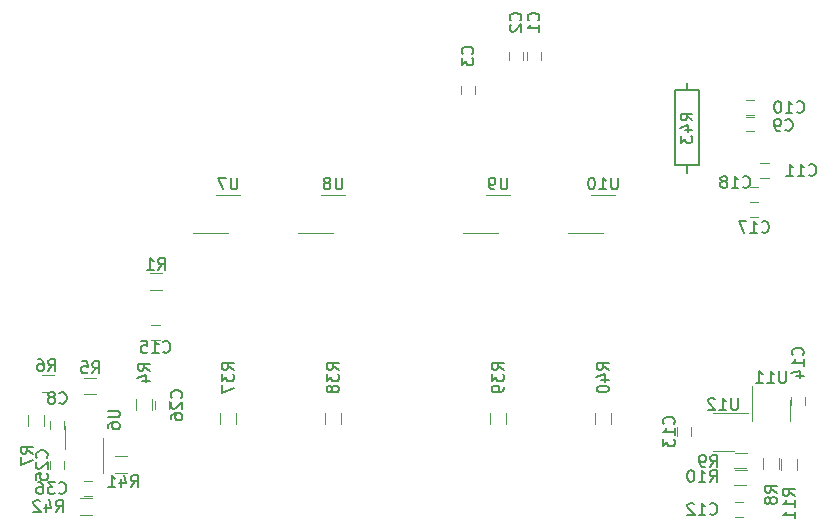
<source format=gbr>
G04 #@! TF.GenerationSoftware,KiCad,Pcbnew,(5.0.2)-1*
G04 #@! TF.CreationDate,2019-06-05T14:46:48+08:00*
G04 #@! TF.ProjectId,DC Electronic Load Mini,44432045-6c65-4637-9472-6f6e6963204c,rev?*
G04 #@! TF.SameCoordinates,Original*
G04 #@! TF.FileFunction,Legend,Bot*
G04 #@! TF.FilePolarity,Positive*
%FSLAX46Y46*%
G04 Gerber Fmt 4.6, Leading zero omitted, Abs format (unit mm)*
G04 Created by KiCad (PCBNEW (5.0.2)-1) date 06/05/19 14:46:48*
%MOMM*%
%LPD*%
G01*
G04 APERTURE LIST*
%ADD10C,0.150000*%
%ADD11C,0.120000*%
G04 APERTURE END LIST*
D10*
G04 #@! TO.C,R43*
X117327801Y-42241999D02*
X116311801Y-42241999D01*
X115295801Y-48591999D02*
X117327801Y-48591999D01*
X116311801Y-42241999D02*
X115295801Y-42241999D01*
X116311801Y-42241999D02*
X116311801Y-41606999D01*
X116311801Y-48591999D02*
X116311801Y-49226999D01*
X115295801Y-42241999D02*
X115295801Y-48591999D01*
X117327801Y-48591999D02*
X117327801Y-42241999D01*
D11*
G04 #@! TO.C,R37*
X76790000Y-69520000D02*
X76790000Y-70520000D01*
X78150000Y-70520000D02*
X78150000Y-69520000D01*
G04 #@! TO.C,C1*
X102757801Y-38970999D02*
X102757801Y-39670999D01*
X103957801Y-39670999D02*
X103957801Y-38970999D01*
G04 #@! TO.C,C2*
X101233801Y-38970999D02*
X101233801Y-39670999D01*
X102433801Y-39670999D02*
X102433801Y-38970999D01*
G04 #@! TO.C,C3*
X98369801Y-42530999D02*
X98369801Y-41830999D01*
X97169801Y-41830999D02*
X97169801Y-42530999D01*
G04 #@! TO.C,C8*
X63592000Y-70896000D02*
X63592000Y-70196000D01*
X62392000Y-70196000D02*
X62392000Y-70896000D01*
G04 #@! TO.C,C9*
X122016000Y-44485000D02*
X121316000Y-44485000D01*
X121316000Y-45685000D02*
X122016000Y-45685000D01*
G04 #@! TO.C,C10*
X122016000Y-43088000D02*
X121316000Y-43088000D01*
X121316000Y-44288000D02*
X122016000Y-44288000D01*
G04 #@! TO.C,C11*
X123220000Y-48422000D02*
X122520000Y-48422000D01*
X122520000Y-49622000D02*
X123220000Y-49622000D01*
G04 #@! TO.C,C12*
X121066000Y-77124000D02*
X120366000Y-77124000D01*
X120366000Y-78324000D02*
X121066000Y-78324000D01*
G04 #@! TO.C,C13*
X115478000Y-70770000D02*
X115478000Y-71470000D01*
X116678000Y-71470000D02*
X116678000Y-70770000D01*
G04 #@! TO.C,C14*
X126330000Y-68864000D02*
X126330000Y-68164000D01*
X125130000Y-68164000D02*
X125130000Y-68864000D01*
G04 #@! TO.C,C15*
X71658000Y-62138000D02*
X70958000Y-62138000D01*
X70958000Y-63338000D02*
X71658000Y-63338000D01*
G04 #@! TO.C,C17*
X121636000Y-52924000D02*
X122336000Y-52924000D01*
X122336000Y-51724000D02*
X121636000Y-51724000D01*
G04 #@! TO.C,C18*
X121636000Y-51654000D02*
X122336000Y-51654000D01*
X122336000Y-50454000D02*
X121636000Y-50454000D01*
G04 #@! TO.C,C25*
X62392000Y-73630000D02*
X62392000Y-74330000D01*
X63592000Y-74330000D02*
X63592000Y-73630000D01*
G04 #@! TO.C,C26*
X72482000Y-69250000D02*
X72482000Y-68550000D01*
X71282000Y-68550000D02*
X71282000Y-69250000D01*
G04 #@! TO.C,C36*
X65948000Y-75346000D02*
X65248000Y-75346000D01*
X65248000Y-76546000D02*
X65948000Y-76546000D01*
G04 #@! TO.C,R1*
X70874000Y-59100000D02*
X71874000Y-59100000D01*
X71874000Y-57740000D02*
X70874000Y-57740000D01*
G04 #@! TO.C,R4*
X69678000Y-68334000D02*
X69678000Y-69334000D01*
X71038000Y-69334000D02*
X71038000Y-68334000D01*
G04 #@! TO.C,R5*
X66286000Y-66580999D02*
X65286000Y-66580999D01*
X65286000Y-67940999D02*
X66286000Y-67940999D01*
G04 #@! TO.C,R6*
X61730000Y-67736000D02*
X62730000Y-67736000D01*
X62730000Y-66376000D02*
X61730000Y-66376000D01*
G04 #@! TO.C,R7*
X60534000Y-69688000D02*
X60534000Y-70688000D01*
X61894000Y-70688000D02*
X61894000Y-69688000D01*
G04 #@! TO.C,R8*
X124124000Y-74330000D02*
X124124000Y-73330000D01*
X122764000Y-73330000D02*
X122764000Y-74330000D01*
G04 #@! TO.C,R9*
X120404000Y-74340000D02*
X121404000Y-74340000D01*
X121404000Y-72980000D02*
X120404000Y-72980000D01*
G04 #@! TO.C,R10*
X121320000Y-74250000D02*
X120320000Y-74250000D01*
X120320000Y-75610000D02*
X121320000Y-75610000D01*
G04 #@! TO.C,R11*
X125648000Y-74414000D02*
X125648000Y-73414000D01*
X124288000Y-73414000D02*
X124288000Y-74414000D01*
G04 #@! TO.C,R38*
X85680000Y-69520000D02*
X85680000Y-70520000D01*
X87040000Y-70520000D02*
X87040000Y-69520000D01*
G04 #@! TO.C,R39*
X101010000Y-70520000D02*
X101010000Y-69520000D01*
X99650000Y-69520000D02*
X99650000Y-70520000D01*
G04 #@! TO.C,R40*
X109900000Y-70520000D02*
X109900000Y-69520000D01*
X108540000Y-69520000D02*
X108540000Y-70520000D01*
G04 #@! TO.C,R41*
X68910000Y-73234000D02*
X67910000Y-73234000D01*
X67910000Y-74594000D02*
X68910000Y-74594000D01*
G04 #@! TO.C,R42*
X65948000Y-76790000D02*
X64948000Y-76790000D01*
X64948000Y-78150000D02*
X65948000Y-78150000D01*
G04 #@! TO.C,U6*
X66898000Y-71628000D02*
X66898000Y-74628000D01*
X63658000Y-70628000D02*
X63658000Y-72628000D01*
G04 #@! TO.C,U7*
X77470000Y-54325000D02*
X74470000Y-54325000D01*
X78470000Y-51085000D02*
X76470000Y-51085000D01*
G04 #@! TO.C,U8*
X87360000Y-51085000D02*
X85360000Y-51085000D01*
X86360000Y-54325000D02*
X83360000Y-54325000D01*
G04 #@! TO.C,U9*
X101330000Y-51085000D02*
X99330000Y-51085000D01*
X100330000Y-54325000D02*
X97330000Y-54325000D01*
G04 #@! TO.C,U10*
X109220000Y-54325000D02*
X106220000Y-54325000D01*
X110220000Y-51085000D02*
X108220000Y-51085000D01*
G04 #@! TO.C,U11*
X121834000Y-70242000D02*
X121834000Y-67292000D01*
X125054000Y-68442000D02*
X125054000Y-70242000D01*
G04 #@! TO.C,U12*
X120280000Y-72730000D02*
X118480000Y-72730000D01*
X118480000Y-69510000D02*
X121430000Y-69510000D01*
G04 #@! TO.C,R43*
D10*
X116764181Y-44774141D02*
X116287991Y-44440808D01*
X116764181Y-44202713D02*
X115764181Y-44202713D01*
X115764181Y-44583665D01*
X115811801Y-44678903D01*
X115859420Y-44726522D01*
X115954658Y-44774141D01*
X116097515Y-44774141D01*
X116192753Y-44726522D01*
X116240372Y-44678903D01*
X116287991Y-44583665D01*
X116287991Y-44202713D01*
X116097515Y-45631284D02*
X116764181Y-45631284D01*
X115716562Y-45393189D02*
X116430848Y-45155094D01*
X116430848Y-45774141D01*
X115764181Y-46059856D02*
X115764181Y-46678903D01*
X116145134Y-46345570D01*
X116145134Y-46488427D01*
X116192753Y-46583665D01*
X116240372Y-46631284D01*
X116335610Y-46678903D01*
X116573705Y-46678903D01*
X116668943Y-46631284D01*
X116716562Y-46583665D01*
X116764181Y-46488427D01*
X116764181Y-46202713D01*
X116716562Y-46107475D01*
X116668943Y-46059856D01*
G04 #@! TO.C,R37*
X77922380Y-65905142D02*
X77446190Y-65571809D01*
X77922380Y-65333714D02*
X76922380Y-65333714D01*
X76922380Y-65714666D01*
X76970000Y-65809904D01*
X77017619Y-65857523D01*
X77112857Y-65905142D01*
X77255714Y-65905142D01*
X77350952Y-65857523D01*
X77398571Y-65809904D01*
X77446190Y-65714666D01*
X77446190Y-65333714D01*
X76922380Y-66238476D02*
X76922380Y-66857523D01*
X77303333Y-66524190D01*
X77303333Y-66667047D01*
X77350952Y-66762285D01*
X77398571Y-66809904D01*
X77493809Y-66857523D01*
X77731904Y-66857523D01*
X77827142Y-66809904D01*
X77874761Y-66762285D01*
X77922380Y-66667047D01*
X77922380Y-66381333D01*
X77874761Y-66286095D01*
X77827142Y-66238476D01*
X76922380Y-67190857D02*
X76922380Y-67857523D01*
X77922380Y-67428952D01*
G04 #@! TO.C,C1*
X103714943Y-36299332D02*
X103762562Y-36251713D01*
X103810181Y-36108856D01*
X103810181Y-36013618D01*
X103762562Y-35870760D01*
X103667324Y-35775522D01*
X103572086Y-35727903D01*
X103381610Y-35680284D01*
X103238753Y-35680284D01*
X103048277Y-35727903D01*
X102953039Y-35775522D01*
X102857801Y-35870760D01*
X102810181Y-36013618D01*
X102810181Y-36108856D01*
X102857801Y-36251713D01*
X102905420Y-36299332D01*
X103810181Y-37251713D02*
X103810181Y-36680284D01*
X103810181Y-36965999D02*
X102810181Y-36965999D01*
X102953039Y-36870760D01*
X103048277Y-36775522D01*
X103095896Y-36680284D01*
G04 #@! TO.C,C2*
X102190943Y-36299332D02*
X102238562Y-36251713D01*
X102286181Y-36108856D01*
X102286181Y-36013618D01*
X102238562Y-35870760D01*
X102143324Y-35775522D01*
X102048086Y-35727903D01*
X101857610Y-35680284D01*
X101714753Y-35680284D01*
X101524277Y-35727903D01*
X101429039Y-35775522D01*
X101333801Y-35870760D01*
X101286181Y-36013618D01*
X101286181Y-36108856D01*
X101333801Y-36251713D01*
X101381420Y-36299332D01*
X101381420Y-36680284D02*
X101333801Y-36727903D01*
X101286181Y-36823141D01*
X101286181Y-37061237D01*
X101333801Y-37156475D01*
X101381420Y-37204094D01*
X101476658Y-37251713D01*
X101571896Y-37251713D01*
X101714753Y-37204094D01*
X102286181Y-36632665D01*
X102286181Y-37251713D01*
G04 #@! TO.C,C3*
X98126943Y-39154332D02*
X98174562Y-39106713D01*
X98222181Y-38963856D01*
X98222181Y-38868618D01*
X98174562Y-38725760D01*
X98079324Y-38630522D01*
X97984086Y-38582903D01*
X97793610Y-38535284D01*
X97650753Y-38535284D01*
X97460277Y-38582903D01*
X97365039Y-38630522D01*
X97269801Y-38725760D01*
X97222181Y-38868618D01*
X97222181Y-38963856D01*
X97269801Y-39106713D01*
X97317420Y-39154332D01*
X97222181Y-39487665D02*
X97222181Y-40106713D01*
X97603134Y-39773379D01*
X97603134Y-39916237D01*
X97650753Y-40011475D01*
X97698372Y-40059094D01*
X97793610Y-40106713D01*
X98031705Y-40106713D01*
X98126943Y-40059094D01*
X98174562Y-40011475D01*
X98222181Y-39916237D01*
X98222181Y-39630522D01*
X98174562Y-39535284D01*
X98126943Y-39487665D01*
G04 #@! TO.C,C8*
X63158666Y-68683142D02*
X63206285Y-68730761D01*
X63349142Y-68778380D01*
X63444380Y-68778380D01*
X63587238Y-68730761D01*
X63682476Y-68635523D01*
X63730095Y-68540285D01*
X63777714Y-68349809D01*
X63777714Y-68206952D01*
X63730095Y-68016476D01*
X63682476Y-67921238D01*
X63587238Y-67826000D01*
X63444380Y-67778380D01*
X63349142Y-67778380D01*
X63206285Y-67826000D01*
X63158666Y-67873619D01*
X62587238Y-68206952D02*
X62682476Y-68159333D01*
X62730095Y-68111714D01*
X62777714Y-68016476D01*
X62777714Y-67968857D01*
X62730095Y-67873619D01*
X62682476Y-67826000D01*
X62587238Y-67778380D01*
X62396761Y-67778380D01*
X62301523Y-67826000D01*
X62253904Y-67873619D01*
X62206285Y-67968857D01*
X62206285Y-68016476D01*
X62253904Y-68111714D01*
X62301523Y-68159333D01*
X62396761Y-68206952D01*
X62587238Y-68206952D01*
X62682476Y-68254571D01*
X62730095Y-68302190D01*
X62777714Y-68397428D01*
X62777714Y-68587904D01*
X62730095Y-68683142D01*
X62682476Y-68730761D01*
X62587238Y-68778380D01*
X62396761Y-68778380D01*
X62301523Y-68730761D01*
X62253904Y-68683142D01*
X62206285Y-68587904D01*
X62206285Y-68397428D01*
X62253904Y-68302190D01*
X62301523Y-68254571D01*
X62396761Y-68206952D01*
G04 #@! TO.C,C9*
X124626666Y-45569142D02*
X124674285Y-45616761D01*
X124817142Y-45664380D01*
X124912380Y-45664380D01*
X125055238Y-45616761D01*
X125150476Y-45521523D01*
X125198095Y-45426285D01*
X125245714Y-45235809D01*
X125245714Y-45092952D01*
X125198095Y-44902476D01*
X125150476Y-44807238D01*
X125055238Y-44712000D01*
X124912380Y-44664380D01*
X124817142Y-44664380D01*
X124674285Y-44712000D01*
X124626666Y-44759619D01*
X124150476Y-45664380D02*
X123960000Y-45664380D01*
X123864761Y-45616761D01*
X123817142Y-45569142D01*
X123721904Y-45426285D01*
X123674285Y-45235809D01*
X123674285Y-44854857D01*
X123721904Y-44759619D01*
X123769523Y-44712000D01*
X123864761Y-44664380D01*
X124055238Y-44664380D01*
X124150476Y-44712000D01*
X124198095Y-44759619D01*
X124245714Y-44854857D01*
X124245714Y-45092952D01*
X124198095Y-45188190D01*
X124150476Y-45235809D01*
X124055238Y-45283428D01*
X123864761Y-45283428D01*
X123769523Y-45235809D01*
X123721904Y-45188190D01*
X123674285Y-45092952D01*
G04 #@! TO.C,C10*
X125610857Y-44045142D02*
X125658476Y-44092761D01*
X125801333Y-44140380D01*
X125896571Y-44140380D01*
X126039428Y-44092761D01*
X126134666Y-43997523D01*
X126182285Y-43902285D01*
X126229904Y-43711809D01*
X126229904Y-43568952D01*
X126182285Y-43378476D01*
X126134666Y-43283238D01*
X126039428Y-43188000D01*
X125896571Y-43140380D01*
X125801333Y-43140380D01*
X125658476Y-43188000D01*
X125610857Y-43235619D01*
X124658476Y-44140380D02*
X125229904Y-44140380D01*
X124944190Y-44140380D02*
X124944190Y-43140380D01*
X125039428Y-43283238D01*
X125134666Y-43378476D01*
X125229904Y-43426095D01*
X124039428Y-43140380D02*
X123944190Y-43140380D01*
X123848952Y-43188000D01*
X123801333Y-43235619D01*
X123753714Y-43330857D01*
X123706095Y-43521333D01*
X123706095Y-43759428D01*
X123753714Y-43949904D01*
X123801333Y-44045142D01*
X123848952Y-44092761D01*
X123944190Y-44140380D01*
X124039428Y-44140380D01*
X124134666Y-44092761D01*
X124182285Y-44045142D01*
X124229904Y-43949904D01*
X124277523Y-43759428D01*
X124277523Y-43521333D01*
X124229904Y-43330857D01*
X124182285Y-43235619D01*
X124134666Y-43188000D01*
X124039428Y-43140380D01*
G04 #@! TO.C,C11*
X126626857Y-49379142D02*
X126674476Y-49426761D01*
X126817333Y-49474380D01*
X126912571Y-49474380D01*
X127055428Y-49426761D01*
X127150666Y-49331523D01*
X127198285Y-49236285D01*
X127245904Y-49045809D01*
X127245904Y-48902952D01*
X127198285Y-48712476D01*
X127150666Y-48617238D01*
X127055428Y-48522000D01*
X126912571Y-48474380D01*
X126817333Y-48474380D01*
X126674476Y-48522000D01*
X126626857Y-48569619D01*
X125674476Y-49474380D02*
X126245904Y-49474380D01*
X125960190Y-49474380D02*
X125960190Y-48474380D01*
X126055428Y-48617238D01*
X126150666Y-48712476D01*
X126245904Y-48760095D01*
X124722095Y-49474380D02*
X125293523Y-49474380D01*
X125007809Y-49474380D02*
X125007809Y-48474380D01*
X125103047Y-48617238D01*
X125198285Y-48712476D01*
X125293523Y-48760095D01*
G04 #@! TO.C,C12*
X118244857Y-78081142D02*
X118292476Y-78128761D01*
X118435333Y-78176380D01*
X118530571Y-78176380D01*
X118673428Y-78128761D01*
X118768666Y-78033523D01*
X118816285Y-77938285D01*
X118863904Y-77747809D01*
X118863904Y-77604952D01*
X118816285Y-77414476D01*
X118768666Y-77319238D01*
X118673428Y-77224000D01*
X118530571Y-77176380D01*
X118435333Y-77176380D01*
X118292476Y-77224000D01*
X118244857Y-77271619D01*
X117292476Y-78176380D02*
X117863904Y-78176380D01*
X117578190Y-78176380D02*
X117578190Y-77176380D01*
X117673428Y-77319238D01*
X117768666Y-77414476D01*
X117863904Y-77462095D01*
X116911523Y-77271619D02*
X116863904Y-77224000D01*
X116768666Y-77176380D01*
X116530571Y-77176380D01*
X116435333Y-77224000D01*
X116387714Y-77271619D01*
X116340095Y-77366857D01*
X116340095Y-77462095D01*
X116387714Y-77604952D01*
X116959142Y-78176380D01*
X116340095Y-78176380D01*
G04 #@! TO.C,C13*
X115165142Y-70477142D02*
X115212761Y-70429523D01*
X115260380Y-70286666D01*
X115260380Y-70191428D01*
X115212761Y-70048571D01*
X115117523Y-69953333D01*
X115022285Y-69905714D01*
X114831809Y-69858095D01*
X114688952Y-69858095D01*
X114498476Y-69905714D01*
X114403238Y-69953333D01*
X114308000Y-70048571D01*
X114260380Y-70191428D01*
X114260380Y-70286666D01*
X114308000Y-70429523D01*
X114355619Y-70477142D01*
X115260380Y-71429523D02*
X115260380Y-70858095D01*
X115260380Y-71143809D02*
X114260380Y-71143809D01*
X114403238Y-71048571D01*
X114498476Y-70953333D01*
X114546095Y-70858095D01*
X114260380Y-71762857D02*
X114260380Y-72381904D01*
X114641333Y-72048571D01*
X114641333Y-72191428D01*
X114688952Y-72286666D01*
X114736571Y-72334285D01*
X114831809Y-72381904D01*
X115069904Y-72381904D01*
X115165142Y-72334285D01*
X115212761Y-72286666D01*
X115260380Y-72191428D01*
X115260380Y-71905714D01*
X115212761Y-71810476D01*
X115165142Y-71762857D01*
G04 #@! TO.C,C14*
X126087142Y-64635142D02*
X126134761Y-64587523D01*
X126182380Y-64444666D01*
X126182380Y-64349428D01*
X126134761Y-64206571D01*
X126039523Y-64111333D01*
X125944285Y-64063714D01*
X125753809Y-64016095D01*
X125610952Y-64016095D01*
X125420476Y-64063714D01*
X125325238Y-64111333D01*
X125230000Y-64206571D01*
X125182380Y-64349428D01*
X125182380Y-64444666D01*
X125230000Y-64587523D01*
X125277619Y-64635142D01*
X126182380Y-65587523D02*
X126182380Y-65016095D01*
X126182380Y-65301809D02*
X125182380Y-65301809D01*
X125325238Y-65206571D01*
X125420476Y-65111333D01*
X125468095Y-65016095D01*
X125515714Y-66444666D02*
X126182380Y-66444666D01*
X125134761Y-66206571D02*
X125849047Y-65968476D01*
X125849047Y-66587523D01*
G04 #@! TO.C,C15*
X71950857Y-64345142D02*
X71998476Y-64392761D01*
X72141333Y-64440380D01*
X72236571Y-64440380D01*
X72379428Y-64392761D01*
X72474666Y-64297523D01*
X72522285Y-64202285D01*
X72569904Y-64011809D01*
X72569904Y-63868952D01*
X72522285Y-63678476D01*
X72474666Y-63583238D01*
X72379428Y-63488000D01*
X72236571Y-63440380D01*
X72141333Y-63440380D01*
X71998476Y-63488000D01*
X71950857Y-63535619D01*
X70998476Y-64440380D02*
X71569904Y-64440380D01*
X71284190Y-64440380D02*
X71284190Y-63440380D01*
X71379428Y-63583238D01*
X71474666Y-63678476D01*
X71569904Y-63726095D01*
X70093714Y-63440380D02*
X70569904Y-63440380D01*
X70617523Y-63916571D01*
X70569904Y-63868952D01*
X70474666Y-63821333D01*
X70236571Y-63821333D01*
X70141333Y-63868952D01*
X70093714Y-63916571D01*
X70046095Y-64011809D01*
X70046095Y-64249904D01*
X70093714Y-64345142D01*
X70141333Y-64392761D01*
X70236571Y-64440380D01*
X70474666Y-64440380D01*
X70569904Y-64392761D01*
X70617523Y-64345142D01*
G04 #@! TO.C,C17*
X122628857Y-54205142D02*
X122676476Y-54252761D01*
X122819333Y-54300380D01*
X122914571Y-54300380D01*
X123057428Y-54252761D01*
X123152666Y-54157523D01*
X123200285Y-54062285D01*
X123247904Y-53871809D01*
X123247904Y-53728952D01*
X123200285Y-53538476D01*
X123152666Y-53443238D01*
X123057428Y-53348000D01*
X122914571Y-53300380D01*
X122819333Y-53300380D01*
X122676476Y-53348000D01*
X122628857Y-53395619D01*
X121676476Y-54300380D02*
X122247904Y-54300380D01*
X121962190Y-54300380D02*
X121962190Y-53300380D01*
X122057428Y-53443238D01*
X122152666Y-53538476D01*
X122247904Y-53586095D01*
X121343142Y-53300380D02*
X120676476Y-53300380D01*
X121105047Y-54300380D01*
G04 #@! TO.C,C18*
X121038857Y-50395142D02*
X121086476Y-50442761D01*
X121229333Y-50490380D01*
X121324571Y-50490380D01*
X121467428Y-50442761D01*
X121562666Y-50347523D01*
X121610285Y-50252285D01*
X121657904Y-50061809D01*
X121657904Y-49918952D01*
X121610285Y-49728476D01*
X121562666Y-49633238D01*
X121467428Y-49538000D01*
X121324571Y-49490380D01*
X121229333Y-49490380D01*
X121086476Y-49538000D01*
X121038857Y-49585619D01*
X120086476Y-50490380D02*
X120657904Y-50490380D01*
X120372190Y-50490380D02*
X120372190Y-49490380D01*
X120467428Y-49633238D01*
X120562666Y-49728476D01*
X120657904Y-49776095D01*
X119515047Y-49918952D02*
X119610285Y-49871333D01*
X119657904Y-49823714D01*
X119705523Y-49728476D01*
X119705523Y-49680857D01*
X119657904Y-49585619D01*
X119610285Y-49538000D01*
X119515047Y-49490380D01*
X119324571Y-49490380D01*
X119229333Y-49538000D01*
X119181714Y-49585619D01*
X119134095Y-49680857D01*
X119134095Y-49728476D01*
X119181714Y-49823714D01*
X119229333Y-49871333D01*
X119324571Y-49918952D01*
X119515047Y-49918952D01*
X119610285Y-49966571D01*
X119657904Y-50014190D01*
X119705523Y-50109428D01*
X119705523Y-50299904D01*
X119657904Y-50395142D01*
X119610285Y-50442761D01*
X119515047Y-50490380D01*
X119324571Y-50490380D01*
X119229333Y-50442761D01*
X119181714Y-50395142D01*
X119134095Y-50299904D01*
X119134095Y-50109428D01*
X119181714Y-50014190D01*
X119229333Y-49966571D01*
X119324571Y-49918952D01*
G04 #@! TO.C,C25*
X62079142Y-73337142D02*
X62126761Y-73289523D01*
X62174380Y-73146666D01*
X62174380Y-73051428D01*
X62126761Y-72908571D01*
X62031523Y-72813333D01*
X61936285Y-72765714D01*
X61745809Y-72718095D01*
X61602952Y-72718095D01*
X61412476Y-72765714D01*
X61317238Y-72813333D01*
X61222000Y-72908571D01*
X61174380Y-73051428D01*
X61174380Y-73146666D01*
X61222000Y-73289523D01*
X61269619Y-73337142D01*
X61269619Y-73718095D02*
X61222000Y-73765714D01*
X61174380Y-73860952D01*
X61174380Y-74099047D01*
X61222000Y-74194285D01*
X61269619Y-74241904D01*
X61364857Y-74289523D01*
X61460095Y-74289523D01*
X61602952Y-74241904D01*
X62174380Y-73670476D01*
X62174380Y-74289523D01*
X61174380Y-75194285D02*
X61174380Y-74718095D01*
X61650571Y-74670476D01*
X61602952Y-74718095D01*
X61555333Y-74813333D01*
X61555333Y-75051428D01*
X61602952Y-75146666D01*
X61650571Y-75194285D01*
X61745809Y-75241904D01*
X61983904Y-75241904D01*
X62079142Y-75194285D01*
X62126761Y-75146666D01*
X62174380Y-75051428D01*
X62174380Y-74813333D01*
X62126761Y-74718095D01*
X62079142Y-74670476D01*
G04 #@! TO.C,C26*
X73489142Y-68257142D02*
X73536761Y-68209523D01*
X73584380Y-68066666D01*
X73584380Y-67971428D01*
X73536761Y-67828571D01*
X73441523Y-67733333D01*
X73346285Y-67685714D01*
X73155809Y-67638095D01*
X73012952Y-67638095D01*
X72822476Y-67685714D01*
X72727238Y-67733333D01*
X72632000Y-67828571D01*
X72584380Y-67971428D01*
X72584380Y-68066666D01*
X72632000Y-68209523D01*
X72679619Y-68257142D01*
X72679619Y-68638095D02*
X72632000Y-68685714D01*
X72584380Y-68780952D01*
X72584380Y-69019047D01*
X72632000Y-69114285D01*
X72679619Y-69161904D01*
X72774857Y-69209523D01*
X72870095Y-69209523D01*
X73012952Y-69161904D01*
X73584380Y-68590476D01*
X73584380Y-69209523D01*
X72584380Y-70066666D02*
X72584380Y-69876190D01*
X72632000Y-69780952D01*
X72679619Y-69733333D01*
X72822476Y-69638095D01*
X73012952Y-69590476D01*
X73393904Y-69590476D01*
X73489142Y-69638095D01*
X73536761Y-69685714D01*
X73584380Y-69780952D01*
X73584380Y-69971428D01*
X73536761Y-70066666D01*
X73489142Y-70114285D01*
X73393904Y-70161904D01*
X73155809Y-70161904D01*
X73060571Y-70114285D01*
X73012952Y-70066666D01*
X72965333Y-69971428D01*
X72965333Y-69780952D01*
X73012952Y-69685714D01*
X73060571Y-69638095D01*
X73155809Y-69590476D01*
G04 #@! TO.C,C36*
X63126857Y-76303142D02*
X63174476Y-76350761D01*
X63317333Y-76398380D01*
X63412571Y-76398380D01*
X63555428Y-76350761D01*
X63650666Y-76255523D01*
X63698285Y-76160285D01*
X63745904Y-75969809D01*
X63745904Y-75826952D01*
X63698285Y-75636476D01*
X63650666Y-75541238D01*
X63555428Y-75446000D01*
X63412571Y-75398380D01*
X63317333Y-75398380D01*
X63174476Y-75446000D01*
X63126857Y-75493619D01*
X62793523Y-75398380D02*
X62174476Y-75398380D01*
X62507809Y-75779333D01*
X62364952Y-75779333D01*
X62269714Y-75826952D01*
X62222095Y-75874571D01*
X62174476Y-75969809D01*
X62174476Y-76207904D01*
X62222095Y-76303142D01*
X62269714Y-76350761D01*
X62364952Y-76398380D01*
X62650666Y-76398380D01*
X62745904Y-76350761D01*
X62793523Y-76303142D01*
X61317333Y-75398380D02*
X61507809Y-75398380D01*
X61603047Y-75446000D01*
X61650666Y-75493619D01*
X61745904Y-75636476D01*
X61793523Y-75826952D01*
X61793523Y-76207904D01*
X61745904Y-76303142D01*
X61698285Y-76350761D01*
X61603047Y-76398380D01*
X61412571Y-76398380D01*
X61317333Y-76350761D01*
X61269714Y-76303142D01*
X61222095Y-76207904D01*
X61222095Y-75969809D01*
X61269714Y-75874571D01*
X61317333Y-75826952D01*
X61412571Y-75779333D01*
X61603047Y-75779333D01*
X61698285Y-75826952D01*
X61745904Y-75874571D01*
X61793523Y-75969809D01*
G04 #@! TO.C,R1*
X71540666Y-57422380D02*
X71874000Y-56946190D01*
X72112095Y-57422380D02*
X72112095Y-56422380D01*
X71731142Y-56422380D01*
X71635904Y-56470000D01*
X71588285Y-56517619D01*
X71540666Y-56612857D01*
X71540666Y-56755714D01*
X71588285Y-56850952D01*
X71635904Y-56898571D01*
X71731142Y-56946190D01*
X72112095Y-56946190D01*
X70588285Y-57422380D02*
X71159714Y-57422380D01*
X70874000Y-57422380D02*
X70874000Y-56422380D01*
X70969238Y-56565238D01*
X71064476Y-56660476D01*
X71159714Y-56708095D01*
G04 #@! TO.C,R4*
X70810380Y-65957333D02*
X70334190Y-65624000D01*
X70810380Y-65385904D02*
X69810380Y-65385904D01*
X69810380Y-65766857D01*
X69858000Y-65862095D01*
X69905619Y-65909714D01*
X70000857Y-65957333D01*
X70143714Y-65957333D01*
X70238952Y-65909714D01*
X70286571Y-65862095D01*
X70334190Y-65766857D01*
X70334190Y-65385904D01*
X70143714Y-66814476D02*
X70810380Y-66814476D01*
X69762761Y-66576380D02*
X70477047Y-66338285D01*
X70477047Y-66957333D01*
G04 #@! TO.C,R5*
X65952666Y-66189379D02*
X66286000Y-65713189D01*
X66524095Y-66189379D02*
X66524095Y-65189379D01*
X66143142Y-65189379D01*
X66047904Y-65236999D01*
X66000285Y-65284618D01*
X65952666Y-65379856D01*
X65952666Y-65522713D01*
X66000285Y-65617951D01*
X66047904Y-65665570D01*
X66143142Y-65713189D01*
X66524095Y-65713189D01*
X65047904Y-65189379D02*
X65524095Y-65189379D01*
X65571714Y-65665570D01*
X65524095Y-65617951D01*
X65428857Y-65570332D01*
X65190761Y-65570332D01*
X65095523Y-65617951D01*
X65047904Y-65665570D01*
X65000285Y-65760808D01*
X65000285Y-65998903D01*
X65047904Y-66094141D01*
X65095523Y-66141760D01*
X65190761Y-66189379D01*
X65428857Y-66189379D01*
X65524095Y-66141760D01*
X65571714Y-66094141D01*
G04 #@! TO.C,R6*
X62226666Y-65984380D02*
X62560000Y-65508190D01*
X62798095Y-65984380D02*
X62798095Y-64984380D01*
X62417142Y-64984380D01*
X62321904Y-65032000D01*
X62274285Y-65079619D01*
X62226666Y-65174857D01*
X62226666Y-65317714D01*
X62274285Y-65412952D01*
X62321904Y-65460571D01*
X62417142Y-65508190D01*
X62798095Y-65508190D01*
X61369523Y-64984380D02*
X61560000Y-64984380D01*
X61655238Y-65032000D01*
X61702857Y-65079619D01*
X61798095Y-65222476D01*
X61845714Y-65412952D01*
X61845714Y-65793904D01*
X61798095Y-65889142D01*
X61750476Y-65936761D01*
X61655238Y-65984380D01*
X61464761Y-65984380D01*
X61369523Y-65936761D01*
X61321904Y-65889142D01*
X61274285Y-65793904D01*
X61274285Y-65555809D01*
X61321904Y-65460571D01*
X61369523Y-65412952D01*
X61464761Y-65365333D01*
X61655238Y-65365333D01*
X61750476Y-65412952D01*
X61798095Y-65460571D01*
X61845714Y-65555809D01*
G04 #@! TO.C,R7*
X60904380Y-72985333D02*
X60428190Y-72652000D01*
X60904380Y-72413904D02*
X59904380Y-72413904D01*
X59904380Y-72794857D01*
X59952000Y-72890095D01*
X59999619Y-72937714D01*
X60094857Y-72985333D01*
X60237714Y-72985333D01*
X60332952Y-72937714D01*
X60380571Y-72890095D01*
X60428190Y-72794857D01*
X60428190Y-72413904D01*
X59904380Y-73318666D02*
X59904380Y-73985333D01*
X60904380Y-73556761D01*
G04 #@! TO.C,R8*
X123896380Y-76287333D02*
X123420190Y-75954000D01*
X123896380Y-75715904D02*
X122896380Y-75715904D01*
X122896380Y-76096857D01*
X122944000Y-76192095D01*
X122991619Y-76239714D01*
X123086857Y-76287333D01*
X123229714Y-76287333D01*
X123324952Y-76239714D01*
X123372571Y-76192095D01*
X123420190Y-76096857D01*
X123420190Y-75715904D01*
X123324952Y-76858761D02*
X123277333Y-76763523D01*
X123229714Y-76715904D01*
X123134476Y-76668285D01*
X123086857Y-76668285D01*
X122991619Y-76715904D01*
X122944000Y-76763523D01*
X122896380Y-76858761D01*
X122896380Y-77049238D01*
X122944000Y-77144476D01*
X122991619Y-77192095D01*
X123086857Y-77239714D01*
X123134476Y-77239714D01*
X123229714Y-77192095D01*
X123277333Y-77144476D01*
X123324952Y-77049238D01*
X123324952Y-76858761D01*
X123372571Y-76763523D01*
X123420190Y-76715904D01*
X123515428Y-76668285D01*
X123705904Y-76668285D01*
X123801142Y-76715904D01*
X123848761Y-76763523D01*
X123896380Y-76858761D01*
X123896380Y-77049238D01*
X123848761Y-77144476D01*
X123801142Y-77192095D01*
X123705904Y-77239714D01*
X123515428Y-77239714D01*
X123420190Y-77192095D01*
X123372571Y-77144476D01*
X123324952Y-77049238D01*
G04 #@! TO.C,R9*
X118276666Y-74112380D02*
X118610000Y-73636190D01*
X118848095Y-74112380D02*
X118848095Y-73112380D01*
X118467142Y-73112380D01*
X118371904Y-73160000D01*
X118324285Y-73207619D01*
X118276666Y-73302857D01*
X118276666Y-73445714D01*
X118324285Y-73540952D01*
X118371904Y-73588571D01*
X118467142Y-73636190D01*
X118848095Y-73636190D01*
X117800476Y-74112380D02*
X117610000Y-74112380D01*
X117514761Y-74064761D01*
X117467142Y-74017142D01*
X117371904Y-73874285D01*
X117324285Y-73683809D01*
X117324285Y-73302857D01*
X117371904Y-73207619D01*
X117419523Y-73160000D01*
X117514761Y-73112380D01*
X117705238Y-73112380D01*
X117800476Y-73160000D01*
X117848095Y-73207619D01*
X117895714Y-73302857D01*
X117895714Y-73540952D01*
X117848095Y-73636190D01*
X117800476Y-73683809D01*
X117705238Y-73731428D01*
X117514761Y-73731428D01*
X117419523Y-73683809D01*
X117371904Y-73636190D01*
X117324285Y-73540952D01*
G04 #@! TO.C,R10*
X118244857Y-75382380D02*
X118578190Y-74906190D01*
X118816285Y-75382380D02*
X118816285Y-74382380D01*
X118435333Y-74382380D01*
X118340095Y-74430000D01*
X118292476Y-74477619D01*
X118244857Y-74572857D01*
X118244857Y-74715714D01*
X118292476Y-74810952D01*
X118340095Y-74858571D01*
X118435333Y-74906190D01*
X118816285Y-74906190D01*
X117292476Y-75382380D02*
X117863904Y-75382380D01*
X117578190Y-75382380D02*
X117578190Y-74382380D01*
X117673428Y-74525238D01*
X117768666Y-74620476D01*
X117863904Y-74668095D01*
X116673428Y-74382380D02*
X116578190Y-74382380D01*
X116482952Y-74430000D01*
X116435333Y-74477619D01*
X116387714Y-74572857D01*
X116340095Y-74763333D01*
X116340095Y-75001428D01*
X116387714Y-75191904D01*
X116435333Y-75287142D01*
X116482952Y-75334761D01*
X116578190Y-75382380D01*
X116673428Y-75382380D01*
X116768666Y-75334761D01*
X116816285Y-75287142D01*
X116863904Y-75191904D01*
X116911523Y-75001428D01*
X116911523Y-74763333D01*
X116863904Y-74572857D01*
X116816285Y-74477619D01*
X116768666Y-74430000D01*
X116673428Y-74382380D01*
G04 #@! TO.C,R11*
X125420380Y-76573142D02*
X124944190Y-76239809D01*
X125420380Y-76001714D02*
X124420380Y-76001714D01*
X124420380Y-76382666D01*
X124468000Y-76477904D01*
X124515619Y-76525523D01*
X124610857Y-76573142D01*
X124753714Y-76573142D01*
X124848952Y-76525523D01*
X124896571Y-76477904D01*
X124944190Y-76382666D01*
X124944190Y-76001714D01*
X125420380Y-77525523D02*
X125420380Y-76954095D01*
X125420380Y-77239809D02*
X124420380Y-77239809D01*
X124563238Y-77144571D01*
X124658476Y-77049333D01*
X124706095Y-76954095D01*
X125420380Y-78477904D02*
X125420380Y-77906476D01*
X125420380Y-78192190D02*
X124420380Y-78192190D01*
X124563238Y-78096952D01*
X124658476Y-78001714D01*
X124706095Y-77906476D01*
G04 #@! TO.C,R38*
X86812380Y-65905142D02*
X86336190Y-65571809D01*
X86812380Y-65333714D02*
X85812380Y-65333714D01*
X85812380Y-65714666D01*
X85860000Y-65809904D01*
X85907619Y-65857523D01*
X86002857Y-65905142D01*
X86145714Y-65905142D01*
X86240952Y-65857523D01*
X86288571Y-65809904D01*
X86336190Y-65714666D01*
X86336190Y-65333714D01*
X85812380Y-66238476D02*
X85812380Y-66857523D01*
X86193333Y-66524190D01*
X86193333Y-66667047D01*
X86240952Y-66762285D01*
X86288571Y-66809904D01*
X86383809Y-66857523D01*
X86621904Y-66857523D01*
X86717142Y-66809904D01*
X86764761Y-66762285D01*
X86812380Y-66667047D01*
X86812380Y-66381333D01*
X86764761Y-66286095D01*
X86717142Y-66238476D01*
X86240952Y-67428952D02*
X86193333Y-67333714D01*
X86145714Y-67286095D01*
X86050476Y-67238476D01*
X86002857Y-67238476D01*
X85907619Y-67286095D01*
X85860000Y-67333714D01*
X85812380Y-67428952D01*
X85812380Y-67619428D01*
X85860000Y-67714666D01*
X85907619Y-67762285D01*
X86002857Y-67809904D01*
X86050476Y-67809904D01*
X86145714Y-67762285D01*
X86193333Y-67714666D01*
X86240952Y-67619428D01*
X86240952Y-67428952D01*
X86288571Y-67333714D01*
X86336190Y-67286095D01*
X86431428Y-67238476D01*
X86621904Y-67238476D01*
X86717142Y-67286095D01*
X86764761Y-67333714D01*
X86812380Y-67428952D01*
X86812380Y-67619428D01*
X86764761Y-67714666D01*
X86717142Y-67762285D01*
X86621904Y-67809904D01*
X86431428Y-67809904D01*
X86336190Y-67762285D01*
X86288571Y-67714666D01*
X86240952Y-67619428D01*
G04 #@! TO.C,R39*
X100782380Y-65905142D02*
X100306190Y-65571809D01*
X100782380Y-65333714D02*
X99782380Y-65333714D01*
X99782380Y-65714666D01*
X99830000Y-65809904D01*
X99877619Y-65857523D01*
X99972857Y-65905142D01*
X100115714Y-65905142D01*
X100210952Y-65857523D01*
X100258571Y-65809904D01*
X100306190Y-65714666D01*
X100306190Y-65333714D01*
X99782380Y-66238476D02*
X99782380Y-66857523D01*
X100163333Y-66524190D01*
X100163333Y-66667047D01*
X100210952Y-66762285D01*
X100258571Y-66809904D01*
X100353809Y-66857523D01*
X100591904Y-66857523D01*
X100687142Y-66809904D01*
X100734761Y-66762285D01*
X100782380Y-66667047D01*
X100782380Y-66381333D01*
X100734761Y-66286095D01*
X100687142Y-66238476D01*
X100782380Y-67333714D02*
X100782380Y-67524190D01*
X100734761Y-67619428D01*
X100687142Y-67667047D01*
X100544285Y-67762285D01*
X100353809Y-67809904D01*
X99972857Y-67809904D01*
X99877619Y-67762285D01*
X99830000Y-67714666D01*
X99782380Y-67619428D01*
X99782380Y-67428952D01*
X99830000Y-67333714D01*
X99877619Y-67286095D01*
X99972857Y-67238476D01*
X100210952Y-67238476D01*
X100306190Y-67286095D01*
X100353809Y-67333714D01*
X100401428Y-67428952D01*
X100401428Y-67619428D01*
X100353809Y-67714666D01*
X100306190Y-67762285D01*
X100210952Y-67809904D01*
G04 #@! TO.C,R40*
X109672380Y-65905142D02*
X109196190Y-65571809D01*
X109672380Y-65333714D02*
X108672380Y-65333714D01*
X108672380Y-65714666D01*
X108720000Y-65809904D01*
X108767619Y-65857523D01*
X108862857Y-65905142D01*
X109005714Y-65905142D01*
X109100952Y-65857523D01*
X109148571Y-65809904D01*
X109196190Y-65714666D01*
X109196190Y-65333714D01*
X109005714Y-66762285D02*
X109672380Y-66762285D01*
X108624761Y-66524190D02*
X109339047Y-66286095D01*
X109339047Y-66905142D01*
X108672380Y-67476571D02*
X108672380Y-67571809D01*
X108720000Y-67667047D01*
X108767619Y-67714666D01*
X108862857Y-67762285D01*
X109053333Y-67809904D01*
X109291428Y-67809904D01*
X109481904Y-67762285D01*
X109577142Y-67714666D01*
X109624761Y-67667047D01*
X109672380Y-67571809D01*
X109672380Y-67476571D01*
X109624761Y-67381333D01*
X109577142Y-67333714D01*
X109481904Y-67286095D01*
X109291428Y-67238476D01*
X109053333Y-67238476D01*
X108862857Y-67286095D01*
X108767619Y-67333714D01*
X108720000Y-67381333D01*
X108672380Y-67476571D01*
G04 #@! TO.C,R41*
X69222857Y-75816380D02*
X69556190Y-75340190D01*
X69794285Y-75816380D02*
X69794285Y-74816380D01*
X69413333Y-74816380D01*
X69318095Y-74864000D01*
X69270476Y-74911619D01*
X69222857Y-75006857D01*
X69222857Y-75149714D01*
X69270476Y-75244952D01*
X69318095Y-75292571D01*
X69413333Y-75340190D01*
X69794285Y-75340190D01*
X68365714Y-75149714D02*
X68365714Y-75816380D01*
X68603809Y-74768761D02*
X68841904Y-75483047D01*
X68222857Y-75483047D01*
X67318095Y-75816380D02*
X67889523Y-75816380D01*
X67603809Y-75816380D02*
X67603809Y-74816380D01*
X67699047Y-74959238D01*
X67794285Y-75054476D01*
X67889523Y-75102095D01*
G04 #@! TO.C,R42*
X62872857Y-77922380D02*
X63206190Y-77446190D01*
X63444285Y-77922380D02*
X63444285Y-76922380D01*
X63063333Y-76922380D01*
X62968095Y-76970000D01*
X62920476Y-77017619D01*
X62872857Y-77112857D01*
X62872857Y-77255714D01*
X62920476Y-77350952D01*
X62968095Y-77398571D01*
X63063333Y-77446190D01*
X63444285Y-77446190D01*
X62015714Y-77255714D02*
X62015714Y-77922380D01*
X62253809Y-76874761D02*
X62491904Y-77589047D01*
X61872857Y-77589047D01*
X61539523Y-77017619D02*
X61491904Y-76970000D01*
X61396666Y-76922380D01*
X61158571Y-76922380D01*
X61063333Y-76970000D01*
X61015714Y-77017619D01*
X60968095Y-77112857D01*
X60968095Y-77208095D01*
X61015714Y-77350952D01*
X61587142Y-77922380D01*
X60968095Y-77922380D01*
G04 #@! TO.C,U6*
X67270380Y-69342095D02*
X68079904Y-69342095D01*
X68175142Y-69389714D01*
X68222761Y-69437333D01*
X68270380Y-69532571D01*
X68270380Y-69723047D01*
X68222761Y-69818285D01*
X68175142Y-69865904D01*
X68079904Y-69913523D01*
X67270380Y-69913523D01*
X67270380Y-70818285D02*
X67270380Y-70627809D01*
X67318000Y-70532571D01*
X67365619Y-70484952D01*
X67508476Y-70389714D01*
X67698952Y-70342095D01*
X68079904Y-70342095D01*
X68175142Y-70389714D01*
X68222761Y-70437333D01*
X68270380Y-70532571D01*
X68270380Y-70723047D01*
X68222761Y-70818285D01*
X68175142Y-70865904D01*
X68079904Y-70913523D01*
X67841809Y-70913523D01*
X67746571Y-70865904D01*
X67698952Y-70818285D01*
X67651333Y-70723047D01*
X67651333Y-70532571D01*
X67698952Y-70437333D01*
X67746571Y-70389714D01*
X67841809Y-70342095D01*
G04 #@! TO.C,U7*
X78231904Y-49617380D02*
X78231904Y-50426904D01*
X78184285Y-50522142D01*
X78136666Y-50569761D01*
X78041428Y-50617380D01*
X77850952Y-50617380D01*
X77755714Y-50569761D01*
X77708095Y-50522142D01*
X77660476Y-50426904D01*
X77660476Y-49617380D01*
X77279523Y-49617380D02*
X76612857Y-49617380D01*
X77041428Y-50617380D01*
G04 #@! TO.C,U8*
X87121904Y-49617380D02*
X87121904Y-50426904D01*
X87074285Y-50522142D01*
X87026666Y-50569761D01*
X86931428Y-50617380D01*
X86740952Y-50617380D01*
X86645714Y-50569761D01*
X86598095Y-50522142D01*
X86550476Y-50426904D01*
X86550476Y-49617380D01*
X85931428Y-50045952D02*
X86026666Y-49998333D01*
X86074285Y-49950714D01*
X86121904Y-49855476D01*
X86121904Y-49807857D01*
X86074285Y-49712619D01*
X86026666Y-49665000D01*
X85931428Y-49617380D01*
X85740952Y-49617380D01*
X85645714Y-49665000D01*
X85598095Y-49712619D01*
X85550476Y-49807857D01*
X85550476Y-49855476D01*
X85598095Y-49950714D01*
X85645714Y-49998333D01*
X85740952Y-50045952D01*
X85931428Y-50045952D01*
X86026666Y-50093571D01*
X86074285Y-50141190D01*
X86121904Y-50236428D01*
X86121904Y-50426904D01*
X86074285Y-50522142D01*
X86026666Y-50569761D01*
X85931428Y-50617380D01*
X85740952Y-50617380D01*
X85645714Y-50569761D01*
X85598095Y-50522142D01*
X85550476Y-50426904D01*
X85550476Y-50236428D01*
X85598095Y-50141190D01*
X85645714Y-50093571D01*
X85740952Y-50045952D01*
G04 #@! TO.C,U9*
X101091904Y-49617380D02*
X101091904Y-50426904D01*
X101044285Y-50522142D01*
X100996666Y-50569761D01*
X100901428Y-50617380D01*
X100710952Y-50617380D01*
X100615714Y-50569761D01*
X100568095Y-50522142D01*
X100520476Y-50426904D01*
X100520476Y-49617380D01*
X99996666Y-50617380D02*
X99806190Y-50617380D01*
X99710952Y-50569761D01*
X99663333Y-50522142D01*
X99568095Y-50379285D01*
X99520476Y-50188809D01*
X99520476Y-49807857D01*
X99568095Y-49712619D01*
X99615714Y-49665000D01*
X99710952Y-49617380D01*
X99901428Y-49617380D01*
X99996666Y-49665000D01*
X100044285Y-49712619D01*
X100091904Y-49807857D01*
X100091904Y-50045952D01*
X100044285Y-50141190D01*
X99996666Y-50188809D01*
X99901428Y-50236428D01*
X99710952Y-50236428D01*
X99615714Y-50188809D01*
X99568095Y-50141190D01*
X99520476Y-50045952D01*
G04 #@! TO.C,U10*
X110458095Y-49617380D02*
X110458095Y-50426904D01*
X110410476Y-50522142D01*
X110362857Y-50569761D01*
X110267619Y-50617380D01*
X110077142Y-50617380D01*
X109981904Y-50569761D01*
X109934285Y-50522142D01*
X109886666Y-50426904D01*
X109886666Y-49617380D01*
X108886666Y-50617380D02*
X109458095Y-50617380D01*
X109172380Y-50617380D02*
X109172380Y-49617380D01*
X109267619Y-49760238D01*
X109362857Y-49855476D01*
X109458095Y-49903095D01*
X108267619Y-49617380D02*
X108172380Y-49617380D01*
X108077142Y-49665000D01*
X108029523Y-49712619D01*
X107981904Y-49807857D01*
X107934285Y-49998333D01*
X107934285Y-50236428D01*
X107981904Y-50426904D01*
X108029523Y-50522142D01*
X108077142Y-50569761D01*
X108172380Y-50617380D01*
X108267619Y-50617380D01*
X108362857Y-50569761D01*
X108410476Y-50522142D01*
X108458095Y-50426904D01*
X108505714Y-50236428D01*
X108505714Y-49998333D01*
X108458095Y-49807857D01*
X108410476Y-49712619D01*
X108362857Y-49665000D01*
X108267619Y-49617380D01*
G04 #@! TO.C,U11*
X124682095Y-66000380D02*
X124682095Y-66809904D01*
X124634476Y-66905142D01*
X124586857Y-66952761D01*
X124491619Y-67000380D01*
X124301142Y-67000380D01*
X124205904Y-66952761D01*
X124158285Y-66905142D01*
X124110666Y-66809904D01*
X124110666Y-66000380D01*
X123110666Y-67000380D02*
X123682095Y-67000380D01*
X123396380Y-67000380D02*
X123396380Y-66000380D01*
X123491619Y-66143238D01*
X123586857Y-66238476D01*
X123682095Y-66286095D01*
X122158285Y-67000380D02*
X122729714Y-67000380D01*
X122444000Y-67000380D02*
X122444000Y-66000380D01*
X122539238Y-66143238D01*
X122634476Y-66238476D01*
X122729714Y-66286095D01*
G04 #@! TO.C,U12*
X120618095Y-68286380D02*
X120618095Y-69095904D01*
X120570476Y-69191142D01*
X120522857Y-69238761D01*
X120427619Y-69286380D01*
X120237142Y-69286380D01*
X120141904Y-69238761D01*
X120094285Y-69191142D01*
X120046666Y-69095904D01*
X120046666Y-68286380D01*
X119046666Y-69286380D02*
X119618095Y-69286380D01*
X119332380Y-69286380D02*
X119332380Y-68286380D01*
X119427619Y-68429238D01*
X119522857Y-68524476D01*
X119618095Y-68572095D01*
X118665714Y-68381619D02*
X118618095Y-68334000D01*
X118522857Y-68286380D01*
X118284761Y-68286380D01*
X118189523Y-68334000D01*
X118141904Y-68381619D01*
X118094285Y-68476857D01*
X118094285Y-68572095D01*
X118141904Y-68714952D01*
X118713333Y-69286380D01*
X118094285Y-69286380D01*
G04 #@! TD*
M02*

</source>
